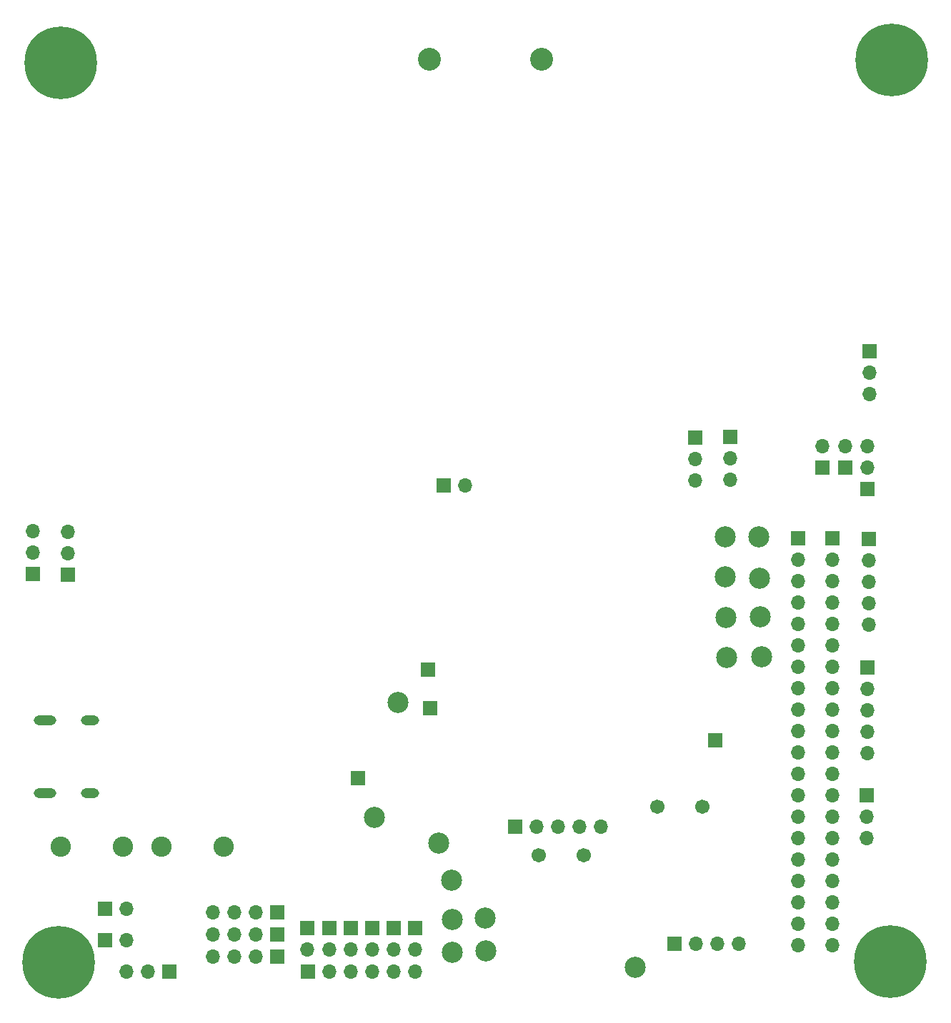
<source format=gbr>
%TF.GenerationSoftware,KiCad,Pcbnew,6.0.4-6f826c9f35~116~ubuntu20.04.1*%
%TF.CreationDate,2022-04-10T19:12:30+02:00*%
%TF.ProjectId,THEIA,54484549-412e-46b6-9963-61645f706362,rev?*%
%TF.SameCoordinates,Original*%
%TF.FileFunction,Soldermask,Bot*%
%TF.FilePolarity,Negative*%
%FSLAX46Y46*%
G04 Gerber Fmt 4.6, Leading zero omitted, Abs format (unit mm)*
G04 Created by KiCad (PCBNEW 6.0.4-6f826c9f35~116~ubuntu20.04.1) date 2022-04-10 19:12:30*
%MOMM*%
%LPD*%
G01*
G04 APERTURE LIST*
%ADD10R,1.700000X1.700000*%
%ADD11O,1.700000X1.700000*%
%ADD12C,1.701800*%
%ADD13C,0.900000*%
%ADD14C,8.600000*%
%ADD15C,0.660400*%
%ADD16O,2.667000X1.168400*%
%ADD17O,2.159000X1.168400*%
%ADD18C,2.500000*%
%ADD19C,2.710000*%
%ADD20C,2.410000*%
G04 APERTURE END LIST*
D10*
%TO.C,J7*%
X205232000Y-121539000D03*
D11*
X205232000Y-124079000D03*
X205232000Y-126619000D03*
X205232000Y-129159000D03*
X205232000Y-131699000D03*
%TD*%
D10*
%TO.C,J9*%
X205359000Y-106299000D03*
D11*
X205359000Y-108839000D03*
X205359000Y-111379000D03*
X205359000Y-113919000D03*
X205359000Y-116459000D03*
%TD*%
D12*
%TO.C,U2*%
X180306200Y-138069000D03*
X185606200Y-138069000D03*
%TD*%
D13*
%TO.C,H3*%
X208100000Y-52725000D03*
X211325000Y-49500000D03*
X205819581Y-47219581D03*
X210380419Y-47219581D03*
D14*
X208100000Y-49500000D03*
D13*
X208100000Y-46275000D03*
X210380419Y-51780419D03*
X205819581Y-51780419D03*
X204875000Y-49500000D03*
%TD*%
%TO.C,H4*%
X106175000Y-156500000D03*
X111680419Y-158780419D03*
X107119581Y-158780419D03*
X112625000Y-156500000D03*
X107119581Y-154219581D03*
D14*
X109400000Y-156500000D03*
D13*
X109400000Y-159725000D03*
X111680419Y-154219581D03*
X109400000Y-153275000D03*
%TD*%
D10*
%TO.C,JP6*%
X144018000Y-152400000D03*
D11*
X144018000Y-154940000D03*
%TD*%
D10*
%TO.C,J13*%
X135305800Y-153212800D03*
D11*
X132765800Y-153212800D03*
X130225800Y-153212800D03*
X127685800Y-153212800D03*
%TD*%
D10*
%TO.C,J10*%
X138912600Y-157607000D03*
D11*
X141452600Y-157607000D03*
X143992600Y-157607000D03*
X146532600Y-157607000D03*
X149072600Y-157607000D03*
X151612600Y-157607000D03*
%TD*%
D10*
%TO.C,J4*%
X205105000Y-136652000D03*
D11*
X205105000Y-139192000D03*
X205105000Y-141732000D03*
%TD*%
D10*
%TO.C,J14*%
X196977000Y-106172000D03*
D11*
X196977000Y-108712000D03*
X196977000Y-111252000D03*
X196977000Y-113792000D03*
X196977000Y-116332000D03*
X196977000Y-118872000D03*
X196977000Y-121412000D03*
X196977000Y-123952000D03*
X196977000Y-126492000D03*
X196977000Y-129032000D03*
X196977000Y-131572000D03*
X196977000Y-134112000D03*
X196977000Y-136652000D03*
X196977000Y-139192000D03*
X196977000Y-141732000D03*
X196977000Y-144272000D03*
X196977000Y-146812000D03*
X196977000Y-149352000D03*
X196977000Y-151892000D03*
X196977000Y-154432000D03*
%TD*%
D13*
%TO.C,H1*%
X205619581Y-154119581D03*
X207900000Y-153175000D03*
X207900000Y-159625000D03*
D14*
X207900000Y-156400000D03*
D13*
X210180419Y-154119581D03*
X210180419Y-158680419D03*
X204675000Y-156400000D03*
X205619581Y-158680419D03*
X211125000Y-156400000D03*
%TD*%
D15*
%TO.C,J25*%
X112593400Y-136400002D03*
X113584000Y-127759998D03*
X108478000Y-136400002D03*
X106979400Y-136400002D03*
X112593400Y-127759998D03*
X113584000Y-136400002D03*
X106979400Y-127759998D03*
X108478000Y-127759998D03*
D16*
X107728700Y-127759998D03*
X107728700Y-136400002D03*
D17*
X113088700Y-127759998D03*
X113088700Y-136400002D03*
%TD*%
D10*
%TO.C,JP2*%
X114853800Y-150164800D03*
D11*
X117393800Y-150164800D03*
%TD*%
D10*
%TO.C,J22*%
X106324400Y-110475000D03*
D11*
X106324400Y-107935000D03*
X106324400Y-105395000D03*
%TD*%
D18*
%TO.C,TP8*%
X192709800Y-120294400D03*
%TD*%
%TO.C,TP13*%
X188468000Y-115595400D03*
%TD*%
%TO.C,TP5*%
X154406600Y-142341600D03*
%TD*%
D13*
%TO.C,H2*%
X109600000Y-53025000D03*
X112825000Y-49800000D03*
X111880419Y-47519581D03*
X106375000Y-49800000D03*
D14*
X109600000Y-49800000D03*
D13*
X111880419Y-52080419D03*
X107319581Y-52080419D03*
X109600000Y-46575000D03*
X107319581Y-47519581D03*
%TD*%
D10*
%TO.C,JP4*%
X202568236Y-97815401D03*
D11*
X202568236Y-95275401D03*
%TD*%
D18*
%TO.C,TP17*%
X146761200Y-139293600D03*
%TD*%
%TO.C,TP6*%
X159969200Y-155143200D03*
%TD*%
%TO.C,TP11*%
X192354200Y-106019600D03*
%TD*%
%TO.C,TP4*%
X177673000Y-157099000D03*
%TD*%
D12*
%TO.C,U1*%
X166285400Y-143809400D03*
X171585400Y-143809400D03*
%TD*%
D10*
%TO.C,JP10*%
X141478000Y-152395000D03*
D11*
X141478000Y-154935000D03*
%TD*%
D10*
%TO.C,JP1*%
X114858800Y-153873200D03*
D11*
X117398800Y-153873200D03*
%TD*%
D10*
%TO.C,J24*%
X187147200Y-130149600D03*
%TD*%
%TO.C,J12*%
X135305800Y-150545800D03*
D11*
X132765800Y-150545800D03*
X130225800Y-150545800D03*
X127685800Y-150545800D03*
%TD*%
D18*
%TO.C,TP2*%
X156006800Y-151434800D03*
%TD*%
%TO.C,TP7*%
X188544200Y-120319800D03*
%TD*%
D10*
%TO.C,JP7*%
X151612600Y-152400000D03*
D11*
X151612600Y-154940000D03*
%TD*%
D10*
%TO.C,J15*%
X201091800Y-106222800D03*
D11*
X201091800Y-108762800D03*
X201091800Y-111302800D03*
X201091800Y-113842800D03*
X201091800Y-116382800D03*
X201091800Y-118922800D03*
X201091800Y-121462800D03*
X201091800Y-124002800D03*
X201091800Y-126542800D03*
X201091800Y-129082800D03*
X201091800Y-131622800D03*
X201091800Y-134162800D03*
X201091800Y-136702800D03*
X201091800Y-139242800D03*
X201091800Y-141782800D03*
X201091800Y-144322800D03*
X201091800Y-146862800D03*
X201091800Y-149402800D03*
X201091800Y-151942800D03*
X201091800Y-154482800D03*
%TD*%
D10*
%TO.C,J11*%
X135295800Y-155854400D03*
D11*
X132755800Y-155854400D03*
X130215800Y-155854400D03*
X127675800Y-155854400D03*
%TD*%
D18*
%TO.C,TP9*%
X192481200Y-115544600D03*
%TD*%
D19*
%TO.C,J6*%
X166619200Y-49408600D03*
X153319200Y-49408600D03*
%TD*%
D18*
%TO.C,TP15*%
X155923573Y-146743450D03*
%TD*%
D20*
%TO.C,J18*%
X116943112Y-142748040D03*
X109643112Y-142748040D03*
%TD*%
D10*
%TO.C,J20*%
X144830800Y-134670800D03*
%TD*%
%TO.C,J5*%
X205460600Y-84038199D03*
D11*
X205460600Y-86578199D03*
X205460600Y-89118199D03*
%TD*%
D18*
%TO.C,TP12*%
X192379600Y-110921800D03*
%TD*%
D10*
%TO.C,JP9*%
X149098000Y-152400000D03*
D11*
X149098000Y-154940000D03*
%TD*%
D10*
%TO.C,J21*%
X110439200Y-110525800D03*
D11*
X110439200Y-107985800D03*
X110439200Y-105445800D03*
%TD*%
D10*
%TO.C,J3*%
X182382000Y-154305000D03*
D11*
X184922000Y-154305000D03*
X187462000Y-154305000D03*
X190002000Y-154305000D03*
%TD*%
D18*
%TO.C,TP16*%
X149606000Y-125679200D03*
%TD*%
D10*
%TO.C,J1*%
X122504200Y-157581600D03*
D11*
X119964200Y-157581600D03*
X117424200Y-157581600D03*
%TD*%
D10*
%TO.C,JP11*%
X155036600Y-99898200D03*
D11*
X157576600Y-99898200D03*
%TD*%
D20*
%TO.C,SW1*%
X121581112Y-142748040D03*
X128881112Y-142748040D03*
%TD*%
D18*
%TO.C,TP3*%
X156006800Y-155346400D03*
%TD*%
D10*
%TO.C,J19*%
X153416000Y-126339600D03*
%TD*%
%TO.C,J17*%
X188950600Y-94208600D03*
D11*
X188950600Y-96748600D03*
X188950600Y-99288600D03*
%TD*%
D10*
%TO.C,J8*%
X163454000Y-140385800D03*
D11*
X165994000Y-140385800D03*
X168534000Y-140385800D03*
X171074000Y-140385800D03*
X173614000Y-140385800D03*
%TD*%
D10*
%TO.C,JP3*%
X199872601Y-97815401D03*
D11*
X199872601Y-95275401D03*
%TD*%
D10*
%TO.C,J16*%
X184835800Y-94284800D03*
D11*
X184835800Y-96824800D03*
X184835800Y-99364800D03*
%TD*%
D10*
%TO.C,J23*%
X153111200Y-121818400D03*
%TD*%
%TO.C,JP8*%
X146558000Y-152395000D03*
D11*
X146558000Y-154935000D03*
%TD*%
D10*
%TO.C,J2*%
X205206600Y-100355400D03*
D11*
X205206600Y-97815400D03*
X205206600Y-95275400D03*
%TD*%
D18*
%TO.C,TP14*%
X188391800Y-110794800D03*
%TD*%
D10*
%TO.C,JP5*%
X138811000Y-152395000D03*
D11*
X138811000Y-154935000D03*
%TD*%
D18*
%TO.C,TP1*%
X159918400Y-151282400D03*
%TD*%
%TO.C,TP10*%
X188391800Y-106070400D03*
%TD*%
M02*

</source>
